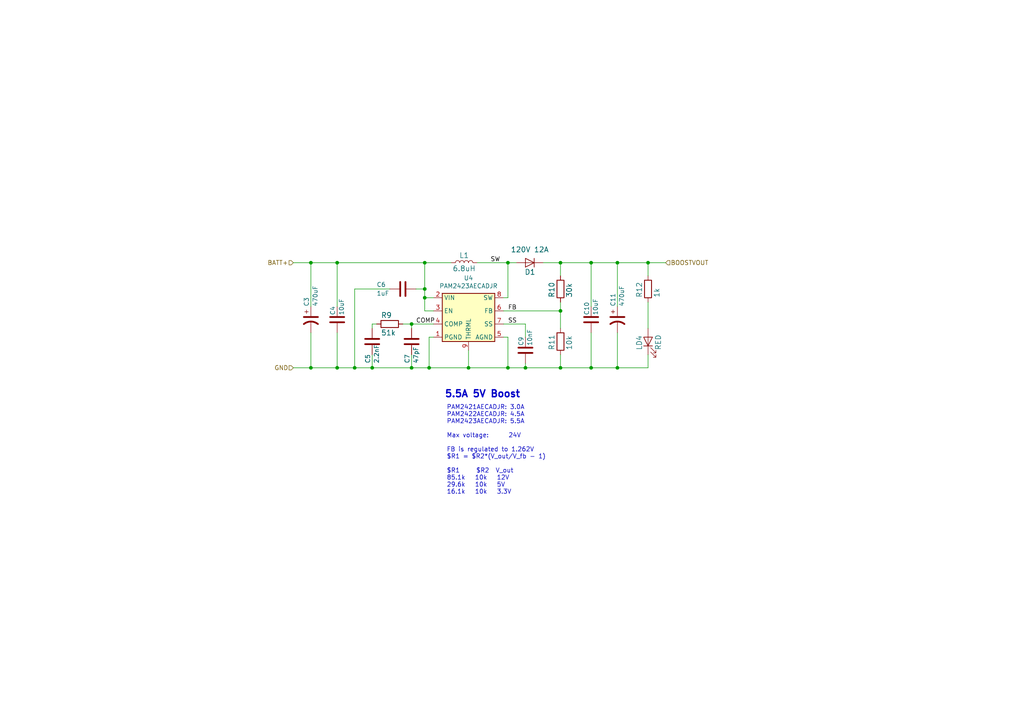
<source format=kicad_sch>
(kicad_sch (version 20210621) (generator eeschema)
  (paper "A4")
  (title_block (title "5.5A 5V Boost"))
  (lib_symbols
    (symbol "Frequently_Used_LE:C" (pin_numbers hide) (pin_names (offset 0.254))
      (property "Reference" "C" (at 0.635 2.54 0))
      (property "Value" "C" (at 0.635 -2.54 0))
      (symbol "C_0_1"
        (polyline (pts (xy -2.032 -0.762) (xy 2.032 -0.762)) (stroke (width 0.508)))
        (polyline (pts (xy -2.032 0.762) (xy 2.032 0.762)) (stroke (width 0.508)))
      )
      (symbol "C_1_1"
        (pin passive line (at 0 3.81 270) (length 2.794) (name "~") (number "1"))
        (pin passive line (at 0 -3.81 90) (length 2.794) (name "~") (number "2"))
      )
    )
    (symbol "Frequently_Used_LE:CP1" (pin_numbers hide) (pin_names (offset 0.254) hide)
      (property "Reference" "C" (at 0.635 2.54 0))
      (property "Value" "CP1" (at 0.635 -2.54 0))
      (symbol "CP1_0_1"
        (polyline (pts (xy -2.032 0.762) (xy 2.032 0.762)) (stroke (width 0.508)))
        (polyline (pts (xy -1.778 2.286) (xy -0.762 2.286)))
        (polyline (pts (xy -1.27 1.778) (xy -1.27 2.794)))
        (arc (start 2.032 -1.27) (mid 0 -0.5572) (end -2.032 -1.27) (stroke (width 0.508)))
      )
      (symbol "CP1_1_1"
        (pin passive line (at 0 3.81 270) (length 2.794) (name "~") (number "1"))
        (pin passive line (at 0 -3.81 90) (length 3.302) (name "~") (number "2"))
      )
    )
    (symbol "Frequently_Used_LE:L" (pin_numbers hide) (pin_names (offset 1.016) hide)
      (property "Reference" "L" (at -1.27 0 90))
      (property "Value" "L" (at 1.905 0 90))
      (symbol "L_0_1"
        (arc (start 0 -2.54) (mid 0.635 -1.905) (end 0 -1.27))
        (arc (start 0 -1.27) (mid 0.635 -0.635) (end 0 0))
        (arc (start 0 0) (mid 0.635 0.635) (end 0 1.27))
        (arc (start 0 1.27) (mid 0.635 1.905) (end 0 2.54))
      )
      (symbol "L_1_1"
        (pin passive line (at 0 3.81 270) (length 1.27) (name "1") (number "1"))
        (pin passive line (at 0 -3.81 90) (length 1.27) (name "2") (number "2"))
      )
    )
    (symbol "Frequently_Used_LE:LED" (pin_numbers hide) (pin_names (offset 1.016) hide)
      (property "Reference" "D" (at 0 2.54 0))
      (property "Value" "LED" (at 0 -2.54 0))
      (symbol "LED_0_1"
        (polyline (pts (xy -1.27 -1.27) (xy -1.27 1.27)) (stroke (width 0.2032)))
        (polyline (pts (xy -1.27 0) (xy 1.27 0)))
        (polyline (pts (xy 1.27 -1.27) (xy 1.27 1.27) (xy -1.27 0) (xy 1.27 -1.27)) (stroke (width 0.2032)))
        (polyline (pts (xy -3.048 -0.762) (xy -4.572 -2.286) (xy -3.81 -2.286) (xy -4.572 -2.286) (xy -4.572 -1.524)))
        (polyline (pts (xy -1.778 -0.762) (xy -3.302 -2.286) (xy -2.54 -2.286) (xy -3.302 -2.286) (xy -3.302 -1.524)))
      )
      (symbol "LED_1_1"
        (pin passive line (at -3.81 0 0) (length 2.54) (name "K(N)") (number "1"))
        (pin passive line (at 3.81 0 180) (length 2.54) (name "A(P)") (number "2"))
      )
    )
    (symbol "Frequently_Used_LE:R" (pin_numbers hide) (pin_names (offset 0))
      (property "Reference" "R" (at 2.032 0 90))
      (property "Value" "R" (at -1.905 0 90))
      (symbol "R_0_1"
        (rectangle (start -1.016 -2.54) (end 1.016 2.54) (stroke (width 0.254)))
      )
      (symbol "R_1_1"
        (pin passive line (at 0 3.81 270) (length 1.27) (name "~") (number "1"))
        (pin passive line (at 0 -3.81 90) (length 1.27) (name "~") (number "2"))
      )
    )
    (symbol "Li_Ion_LE:D_NTS12120EMFST1G" (pin_numbers hide) (pin_names (offset 1.016) hide)
      (property "Reference" "D" (at 0 2.54 0))
      (property "Value" "D_NTS12120EMFST1G" (at 0 -5.08 0))
      (symbol "D_NTS12120EMFST1G_0_1"
        (polyline (pts (xy -1.27 1.27) (xy -1.27 -1.27)) (stroke (width 0.2032)))
        (polyline (pts (xy 1.27 0) (xy -1.27 0)))
        (polyline (pts (xy 1.27 1.27) (xy 1.27 -1.27) (xy -1.27 0) (xy 1.27 1.27)) (stroke (width 0.2032)))
      )
      (symbol "D_NTS12120EMFST1G_1_1"
        (pin passive line (at 3.81 0 180) (length 2.54) (name "A") (number "1"))
        (pin passive line (at 3.81 0 180) (length 1.27) hide (name "A") (number "2"))
        (pin passive line (at 3.81 0 180) (length 1.27) hide (name "A") (number "3"))
        (pin passive line (at -3.81 0 0) (length 2.54) (name "K") (number "5"))
        (pin passive line (at -3.81 0 0) (length 1.27) hide (name "K") (number "5A"))
        (pin passive line (at -3.81 0 0) (length 1.27) hide (name "K") (number "5B"))
        (pin passive line (at -3.81 0 0) (length 1.27) hide (name "K") (number "5C"))
        (pin passive line (at -3.81 0 0) (length 1.27) hide (name "K") (number "5D"))
      )
    )
    (symbol "Li_Ion_LE:PAM2423AECADJR"
      (property "Reference" "U" (at 0 11.43 0))
      (property "Value" "PAM2423AECADJR" (at 0 8.89 0))
      (symbol "PAM2423AECADJR_0_0"
        (rectangle (start -7.62 6.35) (end 7.62 -7.62) (stroke (width 0.254)) (fill (type background)))
      )
      (symbol "PAM2423AECADJR_1_1"
        (pin passive line (at -10.16 -6.35 0) (length 2.54) (name "PGND") (number "1"))
        (pin power_in line (at -10.16 5.08 0) (length 2.54) (name "VIN") (number "2"))
        (pin input line (at -10.16 1.27 0) (length 2.54) (name "EN") (number "3"))
        (pin passive line (at -10.16 -2.54 0) (length 2.54) (name "COMP") (number "4"))
        (pin passive line (at 10.16 -6.35 180) (length 2.54) (name "AGND") (number "5"))
        (pin input line (at 10.16 1.27 180) (length 2.54) (name "FB") (number "6"))
        (pin passive line (at 10.16 -2.54 180) (length 2.54) (name "SS") (number "7"))
        (pin passive line (at 10.16 5.08 180) (length 2.54) (name "SW") (number "8"))
        (pin passive line (at 0 -10.16 90) (length 2.54) (name "THRML") (number "9"))
      )
    )
  )
  (junction (at 119.38 106.68))
  (junction (at 123.19 76.2))
  (junction (at 107.95 106.68))
  (junction (at 171.45 76.2))
  (junction (at 123.19 86.36))
  (junction (at 147.32 76.2))
  (junction (at 97.79 106.68))
  (junction (at 162.56 76.2))
  (junction (at 171.45 106.68))
  (junction (at 102.87 106.68))
  (junction (at 179.07 76.2))
  (junction (at 147.32 106.68))
  (junction (at 152.4 106.68))
  (junction (at 123.19 83.82))
  (junction (at 90.17 106.68))
  (junction (at 119.38 93.98))
  (junction (at 135.89 106.68))
  (junction (at 179.07 106.68))
  (junction (at 90.17 76.2))
  (junction (at 187.96 76.2))
  (junction (at 162.56 90.17))
  (junction (at 162.56 106.68))
  (junction (at 97.79 76.2))
  (junction (at 124.46 106.68))
  (wire (pts (xy 179.07 88.9) (xy 179.07 76.2)))
  (wire (pts (xy 123.19 76.2) (xy 123.19 83.82)))
  (wire (pts (xy 152.4 106.68) (xy 162.56 106.68)))
  (wire (pts (xy 123.19 76.2) (xy 130.81 76.2)))
  (wire (pts (xy 123.19 83.82) (xy 123.19 86.36)))
  (wire (pts (xy 146.05 97.79) (xy 147.32 97.79)))
  (wire (pts (xy 135.89 101.6) (xy 135.89 106.68)))
  (wire (pts (xy 123.19 90.17) (xy 123.19 86.36)))
  (wire (pts (xy 85.09 106.68) (xy 90.17 106.68)))
  (wire (pts (xy 162.56 102.87) (xy 162.56 106.68)))
  (wire (pts (xy 187.96 102.87) (xy 187.96 106.68)))
  (wire (pts (xy 97.79 76.2) (xy 123.19 76.2)))
  (wire (pts (xy 138.43 76.2) (xy 147.32 76.2)))
  (wire (pts (xy 119.38 102.87) (xy 119.38 106.68)))
  (wire (pts (xy 135.89 106.68) (xy 147.32 106.68)))
  (wire (pts (xy 162.56 76.2) (xy 171.45 76.2)))
  (wire (pts (xy 157.48 76.2) (xy 162.56 76.2)))
  (wire (pts (xy 162.56 90.17) (xy 162.56 95.25)))
  (wire (pts (xy 116.84 93.98) (xy 119.38 93.98)))
  (wire (pts (xy 179.07 106.68) (xy 187.96 106.68)))
  (wire (pts (xy 102.87 83.82) (xy 113.03 83.82)))
  (wire (pts (xy 147.32 76.2) (xy 149.86 76.2)))
  (wire (pts (xy 119.38 106.68) (xy 124.46 106.68)))
  (wire (pts (xy 97.79 88.9) (xy 97.79 76.2)))
  (wire (pts (xy 162.56 80.01) (xy 162.56 76.2)))
  (wire (pts (xy 102.87 106.68) (xy 97.79 106.68)))
  (wire (pts (xy 179.07 96.52) (xy 179.07 106.68)))
  (wire (pts (xy 125.73 90.17) (xy 123.19 90.17)))
  (wire (pts (xy 119.38 93.98) (xy 125.73 93.98)))
  (wire (pts (xy 147.32 106.68) (xy 152.4 106.68)))
  (wire (pts (xy 107.95 102.87) (xy 107.95 106.68)))
  (wire (pts (xy 162.56 87.63) (xy 162.56 90.17)))
  (wire (pts (xy 187.96 76.2) (xy 187.96 80.01)))
  (wire (pts (xy 147.32 97.79) (xy 147.32 106.68)))
  (wire (pts (xy 119.38 95.25) (xy 119.38 93.98)))
  (wire (pts (xy 152.4 105.41) (xy 152.4 106.68)))
  (wire (pts (xy 102.87 83.82) (xy 102.87 106.68)))
  (wire (pts (xy 107.95 106.68) (xy 102.87 106.68)))
  (wire (pts (xy 171.45 106.68) (xy 179.07 106.68)))
  (wire (pts (xy 107.95 93.98) (xy 107.95 95.25)))
  (wire (pts (xy 171.45 76.2) (xy 179.07 76.2)))
  (wire (pts (xy 97.79 96.52) (xy 97.79 106.68)))
  (wire (pts (xy 152.4 93.98) (xy 152.4 97.79)))
  (wire (pts (xy 90.17 106.68) (xy 97.79 106.68)))
  (wire (pts (xy 125.73 97.79) (xy 124.46 97.79)))
  (wire (pts (xy 162.56 106.68) (xy 171.45 106.68)))
  (wire (pts (xy 90.17 88.9) (xy 90.17 76.2)))
  (wire (pts (xy 179.07 76.2) (xy 187.96 76.2)))
  (wire (pts (xy 171.45 96.52) (xy 171.45 106.68)))
  (wire (pts (xy 90.17 76.2) (xy 85.09 76.2)))
  (wire (pts (xy 124.46 106.68) (xy 135.89 106.68)))
  (wire (pts (xy 187.96 76.2) (xy 193.04 76.2)))
  (wire (pts (xy 147.32 86.36) (xy 147.32 76.2)))
  (wire (pts (xy 146.05 86.36) (xy 147.32 86.36)))
  (wire (pts (xy 125.73 86.36) (xy 123.19 86.36)))
  (wire (pts (xy 124.46 97.79) (xy 124.46 106.68)))
  (wire (pts (xy 120.65 83.82) (xy 123.19 83.82)))
  (wire (pts (xy 90.17 96.52) (xy 90.17 106.68)))
  (wire (pts (xy 109.22 93.98) (xy 107.95 93.98)))
  (wire (pts (xy 107.95 106.68) (xy 119.38 106.68)))
  (wire (pts (xy 187.96 87.63) (xy 187.96 95.25)))
  (wire (pts (xy 146.05 90.17) (xy 162.56 90.17)))
  (wire (pts (xy 90.17 76.2) (xy 97.79 76.2)))
  (wire (pts (xy 171.45 76.2) (xy 171.45 88.9)))
  (wire (pts (xy 146.05 93.98) (xy 152.4 93.98)))
  (text "5.5A 5V Boost" (at 128.905 115.57 0) (effects (font (size 2.0066 2.0066) (thickness 0.4013) bold) (justify left bottom)))
  (text "PAM2421AECADJR: 3.0A\nPAM2422AECADJR: 4.5A\nPAM2423AECADJR: 5.5A\n\nMax voltage:      24V\n\nFB is regulated to 1.262V\n$R1 = $R2*(V_out/V_fb - 1)\n\n$R1     $R2  V_out\n85.1k   10k   12V\n29.6k   10k   5V\n16.1k   10k   3.3V" (at 129.54 143.51 0) (effects (font (size 1.27 1.27)) (justify left bottom)))
  (label "COMP" (at 120.65 93.98 0))
  (label "SS" (at 147.32 93.98 0))
  (label "FB" (at 147.32 90.17 0))
  (label "SW" (at 142.24 76.2 0))
  (hierarchical_label "GND" (shape input) (at 85.09 106.68 180))
  (hierarchical_label "BATT+" (shape input) (at 85.09 76.2 180))
  (hierarchical_label "BOOSTVOUT" (shape input) (at 193.04 76.2 0))
  (symbol (lib_id "Frequently_Used_LE:R") (at 162.56 99.06 0) (unit 1)
    (property "Reference" "R11" (at 160.02 101.6 90) (effects (font (size 1.4986 1.4986)) (justify left)))
    (property "Value" "10k" (at 165.1 101.6 90) (effects (font (size 1.4986 1.4986)) (justify left)))
    (property "Footprint" "Frequently_Used_LE:0603_1608Metric" (effects hide))
    (property "Datasheet" "https://www.mouser.com/datasheet/2/348/esr_e-1139161.pdf" (effects hide))
    (property "Description" "10 kOhms ±1% 0.25W, 1/4W Chip Resistor" (effects hide))
    (property "Manufacturer Part No." "ESR03EZPF1002" (effects hide))
    (property "Manufacturer Name" "ROHM Semiconductor" (effects hide))
    (property "Source 1" "Digikey" (effects hide))
    (property "Source 1 Part No." "-" (effects hide))
    (property "Source 2" "Mouser" (effects hide))
    (property "Source 2 Part No." "755-ESR03EZPF1002" (effects hide))
  )
  (symbol (lib_id "Frequently_Used_LE:C") (at 97.79 92.71 0) (unit 1)
    (property "Reference" "C4" (at 96.52 91.44 90) (effects (justify left)))
    (property "Value" "10uF" (at 99.06 91.44 90) (effects (justify left)))
    (property "Footprint" "Frequently_Used_LE:0603_1608Metric" (effects hide))
    (property "Datasheet" "https://www.mouser.com/datasheet/2/585/MLCC-1837944.pdf" (effects hide))
    (property "Description" "10µF ±10% 10V Ceramic Capacitor X5R" (effects hide))
    (property "Manufacturer Part No." "CL10A106KP8NQSC" (effects hide))
    (property "Manufacturer Name" "Samsung Electro-Mechanics" (effects hide))
    (property "Source 1" "Digikey" (effects hide))
    (property "Source 1 Part No." "-" (effects hide))
    (property "Source 2" "Mouser" (effects hide))
    (property "Source 2 Part No." "187-CL10A106KP8NQSC" (effects hide))
  )
  (symbol (lib_id "Frequently_Used_LE:CP1") (at 90.17 92.71 0) (unit 1)
    (property "Reference" "C3" (at 88.9 88.9 90) (effects (justify left)))
    (property "Value" "470uF" (at 91.44 88.9 90) (effects (justify left)))
    (property "Footprint" "Li_Ion_LE:CP_Elec_10x10.5" (effects hide))
    (property "Datasheet" "https://www.mouser.com/datasheet/2/977/e_TLV-1600870.pdf" (effects hide))
    (property "Description" "470µF 25V Aluminum Electrolytic Capacitors Radial, Can - SMD " (effects hide))
    (property "Manufacturer Part No." "25TLV470M10X10.5" (effects hide))
    (property "Manufacturer Name" "Rubycon" (effects hide))
    (property "Source 1" "Digikey" (effects hide))
    (property "Source 1 Part No." "1189-2097-1-ND" (effects hide))
    (property "Source 2" "Mouser" (effects hide))
    (property "Source 2 Part No." "232-25TLV470M10X10.5" (effects hide))
  )
  (symbol (lib_id "Frequently_Used_LE:C") (at 171.45 92.71 0) (unit 1)
    (property "Reference" "C10" (at 170.18 91.44 90) (effects (justify left)))
    (property "Value" "10uF" (at 172.72 91.44 90) (effects (justify left)))
    (property "Footprint" "Frequently_Used_LE:0603_1608Metric" (effects hide))
    (property "Datasheet" "https://www.mouser.com/datasheet/2/585/MLCC-1837944.pdf" (effects hide))
    (property "Description" "10µF ±10% 10V Ceramic Capacitor X5R" (effects hide))
    (property "Manufacturer Part No." "CL10A106KP8NQSC" (effects hide))
    (property "Manufacturer Name" "Samsung Electro-Mechanics" (effects hide))
    (property "Source 1" "Digikey" (effects hide))
    (property "Source 1 Part No." "-" (effects hide))
    (property "Source 2" "Mouser" (effects hide))
    (property "Source 2 Part No." "187-CL10A106KP8NQSC" (effects hide))
  )
  (symbol (lib_id "Frequently_Used_LE:CP1") (at 179.07 92.71 0) (unit 1)
    (property "Reference" "C11" (at 177.8 88.9 90) (effects (justify left)))
    (property "Value" "470uF" (at 180.34 88.9 90) (effects (justify left)))
    (property "Footprint" "Li_Ion_LE:CP_Elec_10x10.5" (effects hide))
    (property "Datasheet" "https://www.mouser.com/datasheet/2/977/e_TLV-1600870.pdf" (effects hide))
    (property "Description" "470µF 25V Aluminum Electrolytic Capacitors Radial, Can - SMD " (effects hide))
    (property "Manufacturer Part No." "25TLV470M10X10.5" (effects hide))
    (property "Manufacturer Name" "Rubycon" (effects hide))
    (property "Source 1" "Digikey" (effects hide))
    (property "Source 1 Part No." "1189-2097-1-ND" (effects hide))
    (property "Source 2" "Mouser" (effects hide))
    (property "Source 2 Part No." "232-25TLV470M10X10.5" (effects hide))
  )
  (symbol (lib_id "Frequently_Used_LE:R") (at 187.96 83.82 0) (unit 1)
    (property "Reference" "R12" (at 185.42 86.36 90) (effects (font (size 1.4986 1.4986)) (justify left)))
    (property "Value" "1k" (at 190.5 86.36 90) (effects (font (size 1.4986 1.4986)) (justify left)))
    (property "Footprint" "Frequently_Used_LE:0603_1608Metric" (effects hide))
    (property "Datasheet" "https://www.mouser.com/datasheet/2/348/esr_e-1139161.pdf" (effects hide))
    (property "Description" "1 kOhms ±1% 0.25W, 1/4W Chip Resistor" (effects hide))
    (property "Source 1 Part No." "-" (effects hide))
    (property "Manufacturer Part No." "ESR03EZPF1001" (effects hide))
    (property "Manufacturer Name" "ROHM Semiconductor" (effects hide))
    (property "Source 1" "Digikey" (effects hide))
    (property "Source 2" "Mouser" (effects hide))
    (property "Source 2 Part No." "755-ESR03EZPF1001" (effects hide))
  )
  (symbol (lib_id "Frequently_Used_LE:R") (at 113.03 93.98 270) (unit 1)
    (property "Reference" "R9" (at 110.49 91.44 90) (effects (font (size 1.4986 1.4986)) (justify left)))
    (property "Value" "51k" (at 110.49 96.52 90) (effects (font (size 1.4986 1.4986)) (justify left)))
    (property "Footprint" "Frequently_Used_LE:0603_1608Metric" (effects hide))
    (property "Datasheet" "https://www.mouser.com/datasheet/2/348/esr_e-1139161.pdf" (effects hide))
    (property "Description" "51 kOhms ±1% 0.25W, 1/4W Chip Resistor" (effects hide))
    (property "Manufacturer Part No." "ESR03EZPF5102" (effects hide))
    (property "Manufacturer Name" "ROHM Semiconductor" (effects hide))
    (property "Source 1" "Digikey" (effects hide))
    (property "Source 1 Part No." "-" (effects hide))
    (property "Source 2" "Mouser" (effects hide))
    (property "Source 2 Part No." "755-ESR03EZPF5102" (effects hide))
  )
  (symbol (lib_id "Frequently_Used_LE:C") (at 107.95 99.06 0) (unit 1)
    (property "Reference" "C5" (at 106.68 105.41 90) (effects (justify left)))
    (property "Value" "2.2nF" (at 109.22 105.41 90) (effects (justify left)))
    (property "Footprint" "Frequently_Used_LE:0603_1608Metric" (effects hide))
    (property "Datasheet" "https://www.mouser.com/datasheet/2/585/MLCC-1837944.pdf" (effects hide))
    (property "Description" "2200pF ±10% 50V Ceramic Capacitor X7R" (effects hide))
    (property "Manufacturer Part No." "CL10B222KB8NFNC" (effects hide))
    (property "Manufacturer Name" "Samsung Electro-Mechanics" (effects hide))
    (property "Source 1" "Digikey" (effects hide))
    (property "Source 1 Part No." "-" (effects hide))
    (property "Source 2" "Mouser" (effects hide))
    (property "Source 2 Part No." "187-CL10B222KB8NFNC" (effects hide))
  )
  (symbol (lib_id "Frequently_Used_LE:C") (at 119.38 99.06 0) (unit 1)
    (property "Reference" "C7" (at 118.11 105.41 90) (effects (justify left)))
    (property "Value" "47pF" (at 120.65 105.41 90) (effects (justify left)))
    (property "Footprint" "Frequently_Used_LE:0603_1608Metric" (effects hide))
    (property "Datasheet" "https://www.mouser.com/datasheet/2/585/MLCC_Automotive-1837966.pdf" (effects hide))
    (property "Description" "47pF ±5% 50V Ceramic Capacitor C0G, NP0" (effects hide))
    (property "Manufacturer Part No." "CL10C470JB81PNC" (effects hide))
    (property "Manufacturer Name" "Samsung Electro-Mechanics" (effects hide))
    (property "Source 1" "Digikey" (effects hide))
    (property "Source 1 Part No." "-" (effects hide))
    (property "Source 2" "Mouser" (effects hide))
    (property "Source 2 Part No." "187-CL10C470JB81PNC" (effects hide))
  )
  (symbol (lib_id "Frequently_Used_LE:C") (at 116.84 83.82 270) (unit 1)
    (property "Reference" "C6" (at 109.22 82.55 90) (effects (justify left)))
    (property "Value" "1uF" (at 109.22 85.09 90) (effects (justify left)))
    (property "Footprint" "Frequently_Used_LE:0603_1608Metric" (effects hide))
    (property "Datasheet" "https://www.mouser.com/datasheet/2/585/MLCC-1837944.pdf" (effects hide))
    (property "Description" "1µF ±10% 25V Ceramic Capacitor X7R" (effects hide))
    (property "Manufacturer Part No." "CL10A105KA8NFNC" (effects hide))
    (property "Manufacturer Name" "Samsung Electro-Mechanics" (effects hide))
    (property "Source 1" "Digikey" (effects hide))
    (property "Source 1 Part No." "-" (effects hide))
    (property "Source 2" "Mouser" (effects hide))
    (property "Source 2 Part No." "187-CL10A105KA8NFNC" (effects hide))
  )
  (symbol (lib_id "Frequently_Used_LE:C") (at 152.4 101.6 0) (unit 1)
    (property "Reference" "C9" (at 151.13 100.33 90) (effects (justify left)))
    (property "Value" "10nF" (at 153.67 100.33 90) (effects (justify left)))
    (property "Footprint" "Frequently_Used_LE:0603_1608Metric" (effects hide))
    (property "Datasheet" "https://www.mouser.com/datasheet/2/585/MLCC-1837944.pdf" (effects hide))
    (property "Description" "10000pF ±10% 50V Ceramic Capacitor X7R" (effects hide))
    (property "Manufacturer Part No." "CL10B103KB8NNNL" (effects hide))
    (property "Manufacturer Name" "Samsung Electro-Mechanics" (effects hide))
    (property "Source 1" "Digikey" (effects hide))
    (property "Source 1 Part No." "-" (effects hide))
    (property "Source 2" "Mouser" (effects hide))
    (property "Source 2 Part No." "187-CL10B103KB8NNNL" (effects hide))
  )
  (symbol (lib_id "Li_Ion_LE:PAM2423AECADJR") (at 135.89 91.44 0) (unit 1)
    (property "Reference" "U4" (at 135.89 80.645 0))
    (property "Value" "PAM2423AECADJR" (at 135.89 82.9564 0))
    (property "Footprint" "Li_Ion_LE:PAM2423AECADJR" (effects hide))
    (property "Datasheet" "https://media.digikey.com/pdf/Data%20Sheets/Diodes%20PDFs/PAM2421,22,23.pdf" (effects hide))
    (property "Description" "Boost Switching Regulator IC " (effects hide))
    (property "Manufacturer Part No." "PAM2423AECADJR" (effects hide))
    (property "Manufacturer Name" "Diodes Incorporated" (effects hide))
    (property "Source 1" "Digikey" (effects hide))
    (property "Source 1 Part No." "PAM2423AECADJRDICT-ND" (effects hide))
    (property "Source 2" "Mouser" (effects hide))
    (property "Source 2 Part No." "621-PAM2423AECADJR" (effects hide))
  )
  (symbol (lib_id "Frequently_Used_LE:L") (at 134.62 76.2 90)
    (property "Reference" "L1" (at 134.62 74.93 90) (effects (font (size 1.4986 1.4986)) (justify top)))
    (property "Value" "6.8uH" (at 134.62 78.74 90) (effects (font (size 1.4986 1.4986)) (justify top)))
    (property "Footprint" "Li_Ion_LE:L_MGV1004" (effects hide))
    (property "Datasheet" "https://media.digikey.com/pdf/Data%20Sheets/Steward%20PDFs/MGV1004.pdf" (effects hide))
    (property "Description" "6.8µH Shielded Molded Inductor 8A 23.3mOhm" (effects hide))
    (property "Manufacturer Part No." "MGV10046R8M-10" (effects hide))
    (property "Manufacturer Name" "Laird-Signal Integrity Products" (effects hide))
    (property "Source 1" "Digikey" (effects hide))
    (property "Source 1 Part No." "240-2938-1-ND" (effects hide))
    (property "Source 2" "Mouser" (effects hide))
    (property "Source 2 Part No." "875-MGV10046R8M-10" (effects hide))
  )
  (symbol (lib_id "Frequently_Used_LE:R") (at 162.56 83.82 0) (unit 1)
    (property "Reference" "R10" (at 160.02 86.36 90) (effects (font (size 1.4986 1.4986)) (justify left)))
    (property "Value" "30k" (at 165.1 86.36 90) (effects (font (size 1.4986 1.4986)) (justify left)))
    (property "Footprint" "Frequently_Used_LE:0603_1608Metric" (effects hide))
    (property "Datasheet" "https://www.mouser.com/datasheet/2/348/esr_e-1139161.pdf" (effects hide))
    (property "Description" "30 kOhms ±1% 0.25W, 1/4W Chip Resistor" (effects hide))
    (property "Manufacturer Part No." "ESR03EZPF3002" (effects hide))
    (property "Manufacturer Name" "ROHM Semiconductor" (effects hide))
    (property "Source 1" "Digikey" (effects hide))
    (property "Source 1 Part No." "-" (effects hide))
    (property "Source 2" "Mouser" (effects hide))
    (property "Source 2 Part No." "755-ESR03EZPF3002" (effects hide))
  )
  (symbol (lib_id "Frequently_Used_LE:LED") (at 187.96 99.06 90) (unit 1)
    (property "Reference" "LD4" (at 185.42 101.6 0) (effects (font (size 1.4986 1.4986)) (justify left)))
    (property "Value" "RED" (at 191.77 101.6 0) (effects (font (size 1.4986 1.4986)) (justify left bottom)))
    (property "Footprint" "Frequently_Used_LE:LED_0805_2012Metric" (effects hide))
    (property "Datasheet" "https://www.we-online.de/katalog/datasheet/150080RS75000.pdf" (effects hide))
    (property "Description" "Red 625nm LED Indication - Discrete 2V" (effects hide))
    (property "Manufacturer Part No." "150080RS75000" (effects hide))
    (property "Manufacturer Name" "Würth Elektronik" (effects hide))
    (property "Source 1" "Digikey" (effects hide))
    (property "Source 1 Part No." "732-4984-1-ND" (effects hide))
    (property "Source 2" "Mouser" (effects hide))
    (property "Source 2 Part No." "710-150080RS75000" (effects hide))
  )
  (symbol (lib_id "Li_Ion_LE:D_NTS12120EMFST1G") (at 153.67 76.2 180) (unit 1)
    (property "Reference" "D1" (at 155.321 79.756 0) (effects (font (size 1.4986 1.4986)) (justify left top)))
    (property "Value" "120V 12A" (at 153.67 72.39 0) (effects (font (size 1.4986 1.4986))))
    (property "Footprint" "Li_Ion_LE:NTS12120EMFST1G" (effects hide))
    (property "Datasheet" "https://www.onsemi.com/pub/Collateral/NTS12120EMFS-D.PDF" (effects hide))
    (property "Description" "Diode Schottky 120V 12A " (effects hide))
    (property "Manufacturer Part No." "NTS12120EMFST1G" (effects hide))
    (property "Manufacturer Name" "ON Semiconductor" (effects hide))
    (property "Source 1" "Digikey" (effects hide))
    (property "Source 1 Part No." "NTS12120EMFST1GOSCT-ND" (effects hide))
    (property "Source 2" "Mouser" (effects hide))
    (property "Source 2 Part No." "863-NTS12120EMFST1G" (effects hide))
  )
)
</source>
